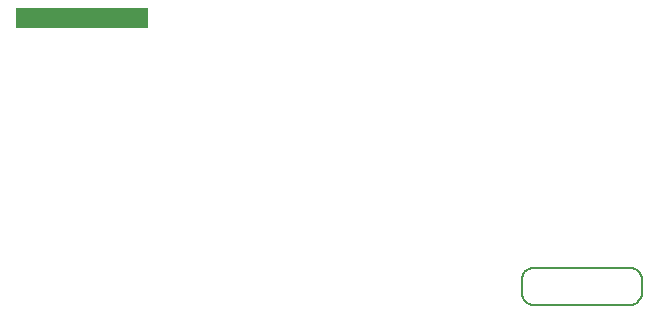
<source format=gko>
G04*
G04 #@! TF.GenerationSoftware,Altium Limited,Altium Designer,21.2.2 (38)*
G04*
G04 Layer_Color=16711935*
%FSLAX44Y44*%
%MOMM*%
G71*
G04*
G04 #@! TF.SameCoordinates,D456B635-538E-4451-A7FB-46C12EC00BC4*
G04*
G04*
G04 #@! TF.FilePolarity,Positive*
G04*
G01*
G75*
%ADD10C,0.2000*%
G36*
X191940Y426080D02*
Y408726D01*
X79890D01*
Y426080D01*
X191940D01*
D02*
G37*
D10*
X508229Y185120D02*
X508505Y182673D01*
X509319Y180348D01*
X510629Y178262D01*
X512371Y176520D01*
X514457Y175210D01*
X516782Y174396D01*
X519230Y174120D01*
Y206120D02*
X516782Y205845D01*
X514457Y205031D01*
X512371Y203721D01*
X510629Y201979D01*
X509319Y199893D01*
X508505Y197568D01*
X508229Y195120D01*
X610229D02*
X609954Y197568D01*
X609140Y199893D01*
X607830Y201979D01*
X606088Y203721D01*
X604002Y205031D01*
X601677Y205845D01*
X599230Y206120D01*
Y174120D02*
X601677Y174396D01*
X604002Y175210D01*
X606088Y176520D01*
X607830Y178262D01*
X609140Y180348D01*
X609954Y182673D01*
X610229Y185120D01*
X519230Y174120D02*
X559230D01*
X508229Y185120D02*
Y195120D01*
X519230Y206120D02*
X599230D01*
X610229Y185120D02*
Y195120D01*
X559230Y174120D02*
X599230D01*
M02*

</source>
